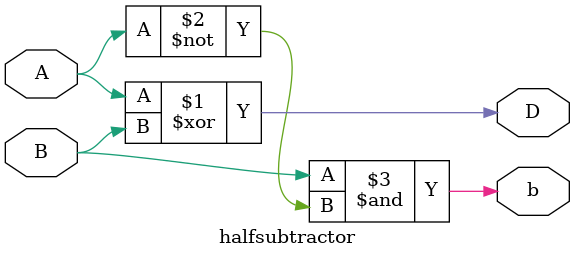
<source format=v>
`timescale 1ns / 1ps

module halfsubtractor(
  input A, B,
  output b, D
);

assign D = A^B;
assign b = B&(~A);

endmodule

</source>
